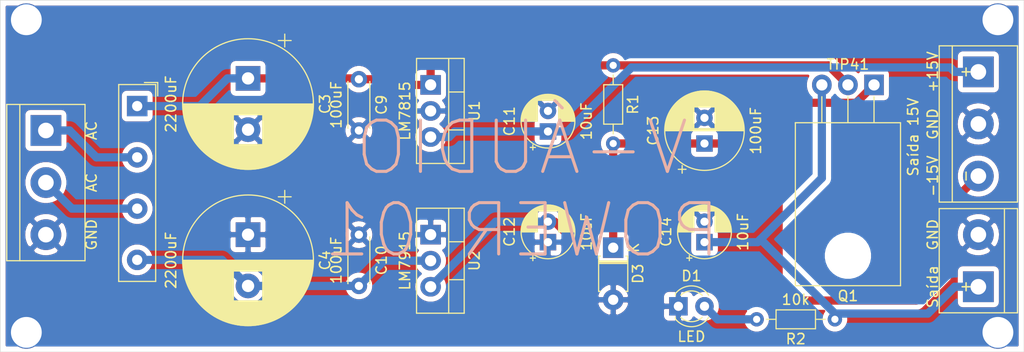
<source format=kicad_pcb>
(kicad_pcb (version 20171130) (host pcbnew "(5.1.6)-1")
  (layers (0 F.Cu signal hide) (31 B.Cu signal) (34 B.Paste user hide) (35 F.Paste user hide) (36 B.SilkS user) (37 F.SilkS user) (38 B.Mask user) (39 F.Mask user hide) (44 Edge.Cuts user))
  (net 0 "")
  (net 1 GNDA)
  (net 2 "Net-(C3-Pad1)")
  (net 3 "Net-(C10-Pad2)")
  (net 4 "Net-(C11-Pad1)")
  (net 5 "Net-(C12-Pad2)")
  (net 6 "Net-(C13-Pad1)")
  (net 7 "Net-(C14-Pad1)")
  (net 8 /AC2)
  (net 9 "Net-(D1-Pad2)")
  (net 10 "Net-(D2-Pad2)")
  (module Package_TO_SOT_THT:TO-220-3_Vertical (layer F.Cu) (at 88.9 168.275 270)
    (fp_text reference U2 (at 2.54 -4.27 90) (layer F.SilkS))
    (fp_text value LM7915 (at 2.54 2.5 90) (layer F.SilkS))
    (pad 3 thru_hole oval (at 5.08 0 270) (size 1.905 2) (drill 1.1) (layers *.Cu *.Mask) (net 5 "Net-(C12-Pad2)"))
    (pad 2 thru_hole oval (at 2.54 0 270) (size 1.905 2) (drill 1.1) (layers *.Cu *.Mask) (net 3 "Net-(C10-Pad2)"))
    (pad 1 thru_hole rect (at 0 0 270) (size 1.905 2) (drill 1.1) (layers *.Cu *.Mask) (net 1 GNDA))
  )
  (module Package_TO_SOT_THT:TO-220-3_Vertical (layer F.Cu) (at 88.9 153.67 270)
    (fp_text reference U1 (at 2.54 -4.27 90) (layer F.SilkS))
    (fp_text value LM7815 (at 2.54 2.5 90) (layer F.SilkS))
    (pad 3 thru_hole oval (at 5.08 0 270) (size 1.905 2) (drill 1.1) (layers *.Cu *.Mask) (net 4 "Net-(C11-Pad1)"))
    (pad 2 thru_hole oval (at 2.54 0 270) (size 1.905 2) (drill 1.1) (layers *.Cu *.Mask) (net 1 GNDA))
    (pad 1 thru_hole rect (at 0 0 270) (size 1.905 2) (drill 1.1) (layers *.Cu *.Mask) (net 2 "Net-(C3-Pad1)"))
  )
  (module Resistor_THT:R_Axial_DIN0204_L3.6mm_D1.6mm_P7.62mm_Horizontal (layer F.Cu) (at 106.68 151.765 270)
    (fp_text reference R1 (at 3.81 -1.92 90) (layer F.SilkS))
    (fp_text value R hide)
    (pad 2 thru_hole oval (at 7.62 0 270) (size 1.4 1.4) (drill 0.7) (layers *.Cu *.Mask) (net 6 "Net-(C13-Pad1)"))
    (pad 1 thru_hole circle (at 0 0 270) (size 1.4 1.4) (drill 0.7) (layers *.Cu *.Mask) (net 2 "Net-(C3-Pad1)"))
  )
  (module Package_TO_SOT_THT:TO-220-3_Horizontal_TabDown (layer F.Cu) (at 132.08 153.67 180)
    (fp_text reference Q1 (at 2.54 -20.58) (layer F.SilkS))
    (fp_text value TIP41 (at 2.54 2) (layer F.SilkS))
    (pad 3 thru_hole oval (at 5.08 0 180) (size 1.905 2) (drill 1.1) (layers *.Cu *.Mask) (net 7 "Net-(C14-Pad1)"))
    (pad 2 thru_hole oval (at 2.54 0 180) (size 1.905 2) (drill 1.1) (layers *.Cu *.Mask) (net 2 "Net-(C3-Pad1)"))
    (pad 1 thru_hole rect (at 0 0 180) (size 1.905 2) (drill 1.1) (layers *.Cu *.Mask) (net 6 "Net-(C13-Pad1)"))
    (pad "" np_thru_hole oval (at 2.54 -16.66 180) (size 3.5 3.5) (drill 3.5) (layers *.Cu *.Mask))
  )
  (module TerminalBlock:TerminalBlock_bornier-2_P5.08mm (layer F.Cu) (at 142.24 173.355 90)
    (fp_text reference Saída (at 0 -4.445 90) (layer F.SilkS))
    (fp_text value Screw_Terminal_01x02 hide)
    (pad 2 thru_hole circle (at 5.08 0 90) (size 3 3) (drill 1.52) (layers *.Cu *.Mask) (net 1 GNDA))
    (pad 1 thru_hole rect (at 0 0 90) (size 3 3) (drill 1.52) (layers *.Cu *.Mask) (net 7 "Net-(C14-Pad1)"))
  )
  (module TerminalBlock:TerminalBlock_bornier-3_P5.08mm (layer F.Cu) (at 142.24 152.4 270)
    (fp_text reference "Saída 15V" (at 6.35 6.35 90) (layer F.SilkS))
    (fp_text value Conn_01x03_Male hide)
    (pad 3 thru_hole circle (at 10.16 0 270) (size 3 3) (drill 1.52) (layers *.Cu *.Mask) (net 5 "Net-(C12-Pad2)"))
    (pad 2 thru_hole circle (at 5.08 0 270) (size 3 3) (drill 1.52) (layers *.Cu *.Mask) (net 1 GNDA))
    (pad 1 thru_hole rect (at 0 0 270) (size 3 3) (drill 1.52) (layers *.Cu *.Mask) (net 4 "Net-(C11-Pad1)"))
  )
  (module TerminalBlock:TerminalBlock_bornier-3_P5.08mm (layer F.Cu) (at 51.435 158.115 270)
    (fp_text reference Entrada1 hide)
    (fp_text value Screw_Terminal_01x03 hide)
    (pad 3 thru_hole circle (at 10.16 0 270) (size 3 3) (drill 1.52) (layers *.Cu *.Mask) (net 1 GNDA))
    (pad 2 thru_hole circle (at 5.08 0 270) (size 3 3) (drill 1.52) (layers *.Cu *.Mask) (net 8 /AC2))
    (pad 1 thru_hole rect (at 0 0 270) (size 3 3) (drill 1.52) (layers *.Cu *.Mask) (net 10 "Net-(D2-Pad2)"))
  )
  (module Diode_THT:D_T-1_P5.08mm_Horizontal (layer F.Cu) (at 106.68 169.545 270)
    (fp_text reference D3 (at 2.54 -2.42 90) (layer F.SilkS))
    (fp_text value 1n4442 hide)
    (fp_text user K (at 0 -2 90) (layer F.SilkS))
    (pad 2 thru_hole oval (at 5.08 0 270) (size 2 2) (drill 1) (layers *.Cu *.Mask) (net 1 GNDA))
    (pad 1 thru_hole rect (at 0 0 270) (size 2 2) (drill 1) (layers *.Cu *.Mask) (net 6 "Net-(C13-Pad1)"))
  )
  (module Diode_THT:Diode_Bridge_19.0x3.5x10.0mm_P5.0mm (layer F.Cu) (at 60.325 155.735 270)
    (fp_text reference D2 hide)
    (fp_text value D_Bridge_+-AA hide)
    (pad 1 thru_hole rect (at 0 0 270) (size 2 2) (drill 1) (layers *.Cu *.Mask) (net 2 "Net-(C3-Pad1)"))
    (pad 2 thru_hole circle (at 5 0 270) (size 2 2) (drill 1) (layers *.Cu *.Mask) (net 10 "Net-(D2-Pad2)"))
    (pad 3 thru_hole circle (at 10 0 270) (size 2 2) (drill 1) (layers *.Cu *.Mask) (net 8 /AC2))
    (pad 4 thru_hole circle (at 15 0 270) (size 2 2) (drill 1) (layers *.Cu *.Mask) (net 3 "Net-(C10-Pad2)"))
  )
  (module Capacitor_THT:CP_Radial_D5.0mm_P2.00mm (layer F.Cu) (at 115.57 169.005 90)
    (fp_text reference C14 (at 1 -3.75 90) (layer F.SilkS))
    (fp_text value 10uF (at 1 3.75 90) (layer F.SilkS))
    (pad 2 thru_hole circle (at 2 0 90) (size 1.6 1.6) (drill 0.8) (layers *.Cu *.Mask) (net 1 GNDA))
    (pad 1 thru_hole rect (at 0 0 90) (size 1.6 1.6) (drill 0.8) (layers *.Cu *.Mask) (net 7 "Net-(C14-Pad1)"))
  )
  (module Capacitor_THT:CP_Radial_D7.5mm_P2.50mm (layer F.Cu) (at 115.57 159.385 90)
    (fp_text reference C13 (at 1.25 -5 90) (layer F.SilkS))
    (fp_text value 100uF (at 1.25 5 90) (layer F.SilkS))
    (pad 2 thru_hole circle (at 2.5 0 90) (size 1.6 1.6) (drill 0.8) (layers *.Cu *.Mask) (net 1 GNDA))
    (pad 1 thru_hole rect (at 0 0 90) (size 1.6 1.6) (drill 0.8) (layers *.Cu *.Mask) (net 6 "Net-(C13-Pad1)"))
  )
  (module Capacitor_THT:CP_Radial_D5.0mm_P2.00mm (layer F.Cu) (at 100.33 169.005 90)
    (fp_text reference C12 (at 1 -3.75 90) (layer F.SilkS))
    (fp_text value 10uF (at 1 3.75 90) (layer F.SilkS))
    (pad 2 thru_hole circle (at 2 0 90) (size 1.6 1.6) (drill 0.8) (layers *.Cu *.Mask) (net 5 "Net-(C12-Pad2)"))
    (pad 1 thru_hole rect (at 0 0 90) (size 1.6 1.6) (drill 0.8) (layers *.Cu *.Mask) (net 1 GNDA))
  )
  (module Capacitor_THT:CP_Radial_D5.0mm_P2.00mm (layer F.Cu) (at 100.33 158.21 90)
    (fp_text reference C11 (at 1 -3.75 90) (layer F.SilkS))
    (fp_text value 10uF (at 1 3.75 90) (layer F.SilkS))
    (pad 2 thru_hole circle (at 2 0 90) (size 1.6 1.6) (drill 0.8) (layers *.Cu *.Mask) (net 1 GNDA))
    (pad 1 thru_hole rect (at 0 0 90) (size 1.6 1.6) (drill 0.8) (layers *.Cu *.Mask) (net 4 "Net-(C11-Pad1)"))
  )
  (module Capacitor_THT:C_Disc_D4.3mm_W1.9mm_P5.00mm (layer F.Cu) (at 81.915 168.275 270)
    (fp_text reference C10 (at 2.5 -2.2 90) (layer F.SilkS))
    (fp_text value 100uF (at 2.5 2.2 90) (layer F.SilkS))
    (pad 2 thru_hole circle (at 5 0 270) (size 1.6 1.6) (drill 0.8) (layers *.Cu *.Mask) (net 3 "Net-(C10-Pad2)"))
    (pad 1 thru_hole circle (at 0 0 270) (size 1.6 1.6) (drill 0.8) (layers *.Cu *.Mask) (net 1 GNDA))
  )
  (module Capacitor_THT:C_Disc_D4.3mm_W1.9mm_P5.00mm (layer F.Cu) (at 81.915 153.115 270)
    (fp_text reference C9 (at 2.5 -2.2 90) (layer F.SilkS))
    (fp_text value 100uF (at 2.5 2.2 90) (layer F.SilkS))
    (pad 2 thru_hole circle (at 5 0 270) (size 1.6 1.6) (drill 0.8) (layers *.Cu *.Mask) (net 1 GNDA))
    (pad 1 thru_hole circle (at 0 0 270) (size 1.6 1.6) (drill 0.8) (layers *.Cu *.Mask) (net 2 "Net-(C3-Pad1)"))
  )
  (module Capacitor_THT:CP_Radial_D12.5mm_P5.00mm (layer F.Cu) (at 71.12 168.275 270)
    (fp_text reference C4 (at 2.5 -7.5 90) (layer F.SilkS))
    (fp_text value 2200uF (at 2.5 7.5 90) (layer F.SilkS))
    (pad 2 thru_hole circle (at 5 0 270) (size 2.4 2.4) (drill 1.2) (layers *.Cu *.Mask) (net 3 "Net-(C10-Pad2)"))
    (pad 1 thru_hole rect (at 0 0 270) (size 2.4 2.4) (drill 1.2) (layers *.Cu *.Mask) (net 1 GNDA))
  )
  (module Capacitor_THT:CP_Radial_D12.5mm_P5.00mm (layer F.Cu) (at 71.12 153.035 270)
    (fp_text reference C3 (at 2.5 -7.5 90) (layer F.SilkS))
    (fp_text value 2200uF (at 2.5 7.5 90) (layer F.SilkS))
    (pad 2 thru_hole circle (at 5 0 270) (size 2.4 2.4) (drill 1.2) (layers *.Cu *.Mask) (net 1 GNDA))
    (pad 1 thru_hole rect (at 0 0 270) (size 2.4 2.4) (drill 1.2) (layers *.Cu *.Mask) (net 2 "Net-(C3-Pad1)"))
  )
  (module LED_THT:LED_D3.0mm (layer F.Cu) (at 113.03 175.26)
    (fp_text reference D1 (at 1.27 -2.96) (layer F.SilkS))
    (fp_text value LED (at 1.27 2.96) (layer F.SilkS))
    (pad 1 thru_hole rect (at 0 0) (size 1.8 1.8) (drill 0.9) (layers *.Cu *.Mask) (net 1 GNDA))
    (pad 2 thru_hole circle (at 2.54 0) (size 1.8 1.8) (drill 0.9) (layers *.Cu *.Mask) (net 9 "Net-(D1-Pad2)"))
  )
  (module Resistor_THT:R_Axial_DIN0204_L3.6mm_D1.6mm_P7.62mm_Horizontal (layer F.Cu) (at 128.27 176.53 180)
    (fp_text reference R2 (at 3.81 -1.92) (layer F.SilkS))
    (fp_text value 10k (at 3.81 1.92) (layer F.SilkS))
    (pad 1 thru_hole circle (at 0 0 180) (size 1.4 1.4) (drill 0.7) (layers *.Cu *.Mask) (net 7 "Net-(C14-Pad1)"))
    (pad 2 thru_hole oval (at 7.62 0 180) (size 1.4 1.4) (drill 0.7) (layers *.Cu *.Mask) (net 9 "Net-(D1-Pad2)"))
  )
  (gr_text +15V (at 137.795 152.4 90) (layer F.SilkS) (effects (font (size 1 1))))
  (gr_text "V-ÁUDIO\nPOWER 01" (at 97.79 163.83) (layer B.SilkS) (effects (font (size 5 5) (thickness 0.3)) (justify mirror)))
  (gr_text -15V (at 137.795 162.56 90) (layer F.SilkS) (effects (font (size 1 1))))
  (gr_line (start 146.685 179.705) (end 46.99 179.705) (layer Edge.Cuts) (width 0.05))
  (gr_line (start 146.685 145.415) (end 146.685 179.705) (layer Edge.Cuts) (width 0.05))
  (gr_line (start 46.99 145.415) (end 146.685 145.415) (layer Edge.Cuts) (width 0.05))
  (gr_line (start 46.99 179.705) (end 46.99 145.415) (layer Edge.Cuts) (width 0.05))
  (gr_text + (at 140.97 152.4 90) (layer F.SilkS) (effects (font (size 1 1))))
  (gr_text - (at 140.97 162.56 90) (layer F.SilkS) (effects (font (size 1 1))))
  (gr_text + (at 140.97 173.355 90) (layer F.SilkS) (effects (font (size 1 1))))
  (gr_text GND (at 137.795 157.48 90) (layer F.SilkS) (effects (font (size 1 1))))
  (gr_text GND (at 137.795 168.275 90) (layer F.SilkS) (effects (font (size 1 1))))
  (gr_text AC (at 55.88 158.115 90) (layer F.SilkS) (effects (font (size 1 1))))
  (gr_text AC (at 55.88 163.195 90) (layer F.SilkS) (effects (font (size 1 1))))
  (gr_text GND (at 55.88 168.275 90) (layer F.SilkS) (effects (font (size 1 1))))
  (via (at 49.53 177.8) (size 3.2) (drill 3) (layers F.Cu B.Cu) (net 1))
  (via (at 49.53 147.32) (size 3.2) (drill 3) (layers F.Cu B.Cu) (net 1))
  (via (at 144.145 147.32) (size 3.2) (drill 3) (layers F.Cu B.Cu) (net 1))
  (via (at 144.145 177.8) (size 3.2) (drill 3) (layers F.Cu B.Cu) (net 1))
  (segment (start 71.12 153.035) (end 81.835 153.035) (width 0.8) (layer F.Cu) (net 2))
  (segment (start 81.835 153.035) (end 81.915 153.115) (width 0.8) (layer F.Cu) (net 2))
  (segment (start 88.9 153.67) (end 88.9 151.9175) (width 0.8) (layer F.Cu) (net 2))
  (segment (start 106.68 151.765) (end 89.0525 151.765) (width 0.8) (layer F.Cu) (net 2))
  (segment (start 89.0525 151.765) (end 88.9 151.9175) (width 0.8) (layer F.Cu) (net 2))
  (segment (start 129.54 153.67) (end 127.635 151.765) (width 0.8) (layer F.Cu) (net 2))
  (segment (start 127.635 151.765) (end 106.68 151.765) (width 0.8) (layer F.Cu) (net 2))
  (segment (start 71.12 153.035) (end 69.12 153.035) (width 0.8) (layer B.Cu) (net 2))
  (segment (start 60.325 155.735) (end 66.42 155.735) (width 0.8) (layer B.Cu) (net 2))
  (segment (start 66.42 155.735) (end 69.12 153.035) (width 0.8) (layer B.Cu) (net 2))
  (segment (start 81.915 153.115) (end 86.545 153.115) (width 0.8) (layer F.Cu) (net 2))
  (segment (start 86.545 153.115) (end 87.1 153.67) (width 0.8) (layer F.Cu) (net 2))
  (segment (start 88.9 153.67) (end 87.1 153.67) (width 0.8) (layer F.Cu) (net 2))
  (segment (start 81.915 173.275) (end 71.12 173.275) (width 0.8) (layer B.Cu) (net 3))
  (segment (start 88.9 170.815) (end 84.375 170.815) (width 0.8) (layer B.Cu) (net 3))
  (segment (start 84.375 170.815) (end 81.915 173.275) (width 0.8) (layer B.Cu) (net 3))
  (segment (start 60.325 170.735) (end 68.58 170.735) (width 0.8) (layer B.Cu) (net 3))
  (segment (start 68.58 170.735) (end 71.12 173.275) (width 0.8) (layer B.Cu) (net 3))
  (segment (start 88.9 158.75) (end 90.7 158.75) (width 0.8) (layer B.Cu) (net 4))
  (segment (start 100.33 158.21) (end 91.24 158.21) (width 0.8) (layer B.Cu) (net 4))
  (segment (start 91.24 158.21) (end 90.7 158.75) (width 0.8) (layer B.Cu) (net 4))
  (segment (start 139.94 152.4) (end 139.5096 151.9696) (width 0.8) (layer B.Cu) (net 4))
  (segment (start 139.5096 151.9696) (end 108.4559 151.9696) (width 0.8) (layer B.Cu) (net 4))
  (segment (start 108.4559 151.9696) (end 102.2155 158.21) (width 0.8) (layer B.Cu) (net 4))
  (segment (start 102.2155 158.21) (end 100.33 158.21) (width 0.8) (layer B.Cu) (net 4))
  (segment (start 142.24 152.4) (end 139.94 152.4) (width 0.8) (layer B.Cu) (net 4))
  (segment (start 100.33 167.005) (end 95.25 167.005) (width 0.8) (layer B.Cu) (net 5))
  (segment (start 95.25 167.005) (end 88.9 173.355) (width 0.8) (layer B.Cu) (net 5))
  (segment (start 100.33 167.005) (end 100.9748 167.005) (width 0.8) (layer F.Cu) (net 5))
  (segment (start 100.9748 167.005) (end 105.2191 171.2493) (width 0.8) (layer F.Cu) (net 5))
  (segment (start 105.2191 171.2493) (end 116.3472 171.2493) (width 0.8) (layer F.Cu) (net 5))
  (segment (start 116.3472 171.2493) (end 119.8 174.7021) (width 0.8) (layer F.Cu) (net 5))
  (segment (start 119.8 174.7021) (end 136.1716 174.7021) (width 0.8) (layer F.Cu) (net 5))
  (segment (start 136.1716 174.7021) (end 138.7983 172.0754) (width 0.8) (layer F.Cu) (net 5))
  (segment (start 138.7983 172.0754) (end 138.7983 166.0017) (width 0.8) (layer F.Cu) (net 5))
  (segment (start 138.7983 166.0017) (end 142.24 162.56) (width 0.8) (layer F.Cu) (net 5))
  (segment (start 106.68 159.385) (end 106.68 167.745) (width 0.8) (layer F.Cu) (net 6))
  (segment (start 106.68 169.545) (end 106.68 167.745) (width 0.8) (layer F.Cu) (net 6))
  (segment (start 115.57 159.385) (end 106.68 159.385) (width 0.8) (layer F.Cu) (net 6))
  (segment (start 115.57 159.385) (end 117.17 159.385) (width 0.8) (layer F.Cu) (net 6))
  (segment (start 132.08 153.67) (end 130.3357 155.4143) (width 0.8) (layer F.Cu) (net 6))
  (segment (start 130.3357 155.4143) (end 121.1407 155.4143) (width 0.8) (layer F.Cu) (net 6))
  (segment (start 121.1407 155.4143) (end 117.17 159.385) (width 0.8) (layer F.Cu) (net 6))
  (segment (start 121.0254 168.7246) (end 127 162.75) (width 0.8) (layer B.Cu) (net 7))
  (segment (start 127 162.75) (end 127 153.67) (width 0.8) (layer B.Cu) (net 7))
  (segment (start 115.57 169.005) (end 120.745 169.005) (width 0.8) (layer B.Cu) (net 7))
  (segment (start 120.745 169.005) (end 121.0254 168.7246) (width 0.8) (layer B.Cu) (net 7))
  (segment (start 121.0254 168.7246) (end 128.27 175.9693) (width 0.8) (layer B.Cu) (net 7))
  (segment (start 128.27 175.9693) (end 137.3257 175.9693) (width 0.8) (layer B.Cu) (net 7))
  (segment (start 137.3257 175.9693) (end 139.94 173.355) (width 0.8) (layer B.Cu) (net 7))
  (segment (start 128.27 176.53) (end 128.27 175.9693) (width 0.8) (layer B.Cu) (net 7))
  (segment (start 142.24 173.355) (end 139.94 173.355) (width 0.8) (layer B.Cu) (net 7))
  (segment (start 60.325 165.735) (end 53.975 165.735) (width 0.8) (layer B.Cu) (net 8))
  (segment (start 53.975 165.735) (end 51.435 163.195) (width 0.8) (layer B.Cu) (net 8))
  (segment (start 120.65 176.53) (end 116.84 176.53) (width 0.8) (layer B.Cu) (net 9))
  (segment (start 116.84 176.53) (end 115.57 175.26) (width 0.8) (layer B.Cu) (net 9))
  (segment (start 51.435 158.115) (end 53.735 158.115) (width 0.8) (layer B.Cu) (net 10))
  (segment (start 60.325 160.735) (end 56.355 160.735) (width 0.8) (layer B.Cu) (net 10))
  (segment (start 56.355 160.735) (end 53.735 158.115) (width 0.8) (layer B.Cu) (net 10))
  (zone (net 0) (net_name "") (layer F.Cu) (connect_pads (clearance 0.508)) (min_thickness 0.254)
    (keepout (tracks not_allowed) (vias not_allowed) (copperpour not_allowed))
    (fill (arc_segments 32) (thermal_gap 0.508) (thermal_bridge_width 0.508))
    (polygon (pts (xy 123.19 156.21) (xy 123.19 173.99) (xy 135.89 173.99) (xy 135.89 156.21)))
  )
  (zone (net 1) (net_name GNDA) (layer F.Cu) (connect_pads (clearance 0.5)) (min_thickness 0.254) (fill yes (arc_segments 32) (thermal_gap 0.508) (thermal_bridge_width 0.508))
    (polygon (pts (xy 46.99 179.705) (xy 46.99 145.415) (xy 146.685 145.415) (xy 146.685 179.705)))
  )
  (zone (net 1) (net_name GNDA) (layer B.Cu) (connect_pads (clearance 0.5)) (min_thickness 0.254) (fill yes (arc_segments 32) (thermal_gap 0.508) (thermal_bridge_width 0.508))
    (polygon (pts (xy 46.99 179.705) (xy 47.007106 145.415) (xy 146.702106 145.415) (xy 146.685 179.705)))
  )
)
</source>
